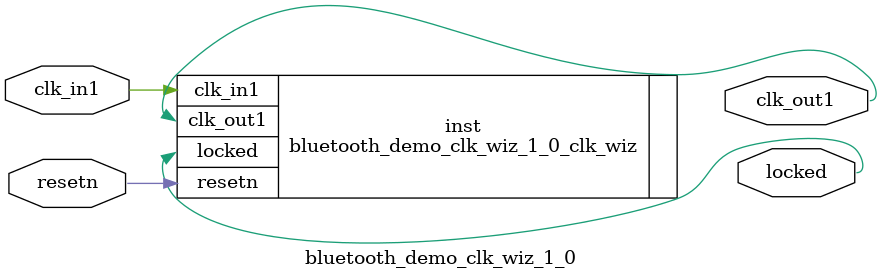
<source format=v>


`timescale 1ps/1ps

(* CORE_GENERATION_INFO = "bluetooth_demo_clk_wiz_1_0,clk_wiz_v6_0_0_0,{component_name=bluetooth_demo_clk_wiz_1_0,use_phase_alignment=true,use_min_o_jitter=false,use_max_i_jitter=false,use_dyn_phase_shift=false,use_inclk_switchover=false,use_dyn_reconfig=false,enable_axi=0,feedback_source=FDBK_AUTO,PRIMITIVE=MMCM,num_out_clk=1,clkin1_period=10.000,clkin2_period=10.000,use_power_down=false,use_reset=true,use_locked=true,use_inclk_stopped=false,feedback_type=SINGLE,CLOCK_MGR_TYPE=NA,manual_override=false}" *)

module bluetooth_demo_clk_wiz_1_0 
 (
  // Clock out ports
  output        clk_out1,
  // Status and control signals
  input         resetn,
  output        locked,
 // Clock in ports
  input         clk_in1
 );

  bluetooth_demo_clk_wiz_1_0_clk_wiz inst
  (
  // Clock out ports  
  .clk_out1(clk_out1),
  // Status and control signals               
  .resetn(resetn), 
  .locked(locked),
 // Clock in ports
  .clk_in1(clk_in1)
  );

endmodule

</source>
